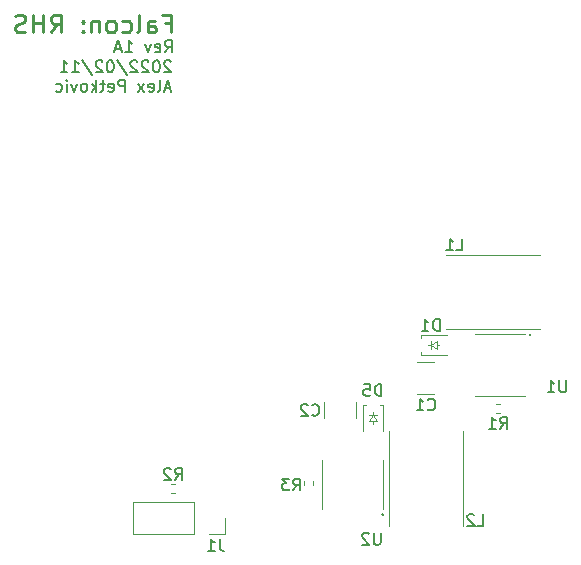
<source format=gbo>
G04 #@! TF.GenerationSoftware,KiCad,Pcbnew,(6.0.0)*
G04 #@! TF.CreationDate,2022-02-12T02:05:42-05:00*
G04 #@! TF.ProjectId,FalconRHS,46616c63-6f6e-4524-9853-2e6b69636164,1A*
G04 #@! TF.SameCoordinates,Original*
G04 #@! TF.FileFunction,Legend,Bot*
G04 #@! TF.FilePolarity,Positive*
%FSLAX46Y46*%
G04 Gerber Fmt 4.6, Leading zero omitted, Abs format (unit mm)*
G04 Created by KiCad (PCBNEW (6.0.0)) date 2022-02-12 02:05:42*
%MOMM*%
%LPD*%
G01*
G04 APERTURE LIST*
%ADD10C,0.150000*%
%ADD11C,0.250000*%
%ADD12C,0.120000*%
G04 APERTURE END LIST*
D10*
X117892976Y-82452380D02*
X118226309Y-81976190D01*
X118464404Y-82452380D02*
X118464404Y-81452380D01*
X118083452Y-81452380D01*
X117988214Y-81500000D01*
X117940595Y-81547619D01*
X117892976Y-81642857D01*
X117892976Y-81785714D01*
X117940595Y-81880952D01*
X117988214Y-81928571D01*
X118083452Y-81976190D01*
X118464404Y-81976190D01*
X117083452Y-82404761D02*
X117178690Y-82452380D01*
X117369166Y-82452380D01*
X117464404Y-82404761D01*
X117512023Y-82309523D01*
X117512023Y-81928571D01*
X117464404Y-81833333D01*
X117369166Y-81785714D01*
X117178690Y-81785714D01*
X117083452Y-81833333D01*
X117035833Y-81928571D01*
X117035833Y-82023809D01*
X117512023Y-82119047D01*
X116702500Y-81785714D02*
X116464404Y-82452380D01*
X116226309Y-81785714D01*
X114559642Y-82452380D02*
X115131071Y-82452380D01*
X114845357Y-82452380D02*
X114845357Y-81452380D01*
X114940595Y-81595238D01*
X115035833Y-81690476D01*
X115131071Y-81738095D01*
X114178690Y-82166666D02*
X113702500Y-82166666D01*
X114273928Y-82452380D02*
X113940595Y-81452380D01*
X113607261Y-82452380D01*
X118412023Y-83247619D02*
X118364404Y-83200000D01*
X118269166Y-83152380D01*
X118031071Y-83152380D01*
X117935833Y-83200000D01*
X117888214Y-83247619D01*
X117840595Y-83342857D01*
X117840595Y-83438095D01*
X117888214Y-83580952D01*
X118459642Y-84152380D01*
X117840595Y-84152380D01*
X117221547Y-83152380D02*
X117126309Y-83152380D01*
X117031071Y-83200000D01*
X116983452Y-83247619D01*
X116935833Y-83342857D01*
X116888214Y-83533333D01*
X116888214Y-83771428D01*
X116935833Y-83961904D01*
X116983452Y-84057142D01*
X117031071Y-84104761D01*
X117126309Y-84152380D01*
X117221547Y-84152380D01*
X117316785Y-84104761D01*
X117364404Y-84057142D01*
X117412023Y-83961904D01*
X117459642Y-83771428D01*
X117459642Y-83533333D01*
X117412023Y-83342857D01*
X117364404Y-83247619D01*
X117316785Y-83200000D01*
X117221547Y-83152380D01*
X116507261Y-83247619D02*
X116459642Y-83200000D01*
X116364404Y-83152380D01*
X116126309Y-83152380D01*
X116031071Y-83200000D01*
X115983452Y-83247619D01*
X115935833Y-83342857D01*
X115935833Y-83438095D01*
X115983452Y-83580952D01*
X116554880Y-84152380D01*
X115935833Y-84152380D01*
X115554880Y-83247619D02*
X115507261Y-83200000D01*
X115412023Y-83152380D01*
X115173928Y-83152380D01*
X115078690Y-83200000D01*
X115031071Y-83247619D01*
X114983452Y-83342857D01*
X114983452Y-83438095D01*
X115031071Y-83580952D01*
X115602500Y-84152380D01*
X114983452Y-84152380D01*
X113840595Y-83104761D02*
X114697738Y-84390476D01*
X113316785Y-83152380D02*
X113221547Y-83152380D01*
X113126309Y-83200000D01*
X113078690Y-83247619D01*
X113031071Y-83342857D01*
X112983452Y-83533333D01*
X112983452Y-83771428D01*
X113031071Y-83961904D01*
X113078690Y-84057142D01*
X113126309Y-84104761D01*
X113221547Y-84152380D01*
X113316785Y-84152380D01*
X113412023Y-84104761D01*
X113459642Y-84057142D01*
X113507261Y-83961904D01*
X113554880Y-83771428D01*
X113554880Y-83533333D01*
X113507261Y-83342857D01*
X113459642Y-83247619D01*
X113412023Y-83200000D01*
X113316785Y-83152380D01*
X112602500Y-83247619D02*
X112554880Y-83200000D01*
X112459642Y-83152380D01*
X112221547Y-83152380D01*
X112126309Y-83200000D01*
X112078690Y-83247619D01*
X112031071Y-83342857D01*
X112031071Y-83438095D01*
X112078690Y-83580952D01*
X112650119Y-84152380D01*
X112031071Y-84152380D01*
X110888214Y-83104761D02*
X111745357Y-84390476D01*
X110031071Y-84152380D02*
X110602500Y-84152380D01*
X110316785Y-84152380D02*
X110316785Y-83152380D01*
X110412023Y-83295238D01*
X110507261Y-83390476D01*
X110602500Y-83438095D01*
X109078690Y-84152380D02*
X109650119Y-84152380D01*
X109364404Y-84152380D02*
X109364404Y-83152380D01*
X109459642Y-83295238D01*
X109554880Y-83390476D01*
X109650119Y-83438095D01*
X118362023Y-85500444D02*
X117885833Y-85500444D01*
X118457261Y-85786158D02*
X118123928Y-84786158D01*
X117790595Y-85786158D01*
X117314404Y-85786158D02*
X117409642Y-85738539D01*
X117457261Y-85643301D01*
X117457261Y-84786158D01*
X116552500Y-85738539D02*
X116647738Y-85786158D01*
X116838214Y-85786158D01*
X116933452Y-85738539D01*
X116981071Y-85643301D01*
X116981071Y-85262349D01*
X116933452Y-85167111D01*
X116838214Y-85119492D01*
X116647738Y-85119492D01*
X116552500Y-85167111D01*
X116504880Y-85262349D01*
X116504880Y-85357587D01*
X116981071Y-85452825D01*
X116171547Y-85786158D02*
X115647738Y-85119492D01*
X116171547Y-85119492D02*
X115647738Y-85786158D01*
X114504880Y-85786158D02*
X114504880Y-84786158D01*
X114123928Y-84786158D01*
X114028690Y-84833778D01*
X113981071Y-84881397D01*
X113933452Y-84976635D01*
X113933452Y-85119492D01*
X113981071Y-85214730D01*
X114028690Y-85262349D01*
X114123928Y-85309968D01*
X114504880Y-85309968D01*
X113123928Y-85738539D02*
X113219166Y-85786158D01*
X113409642Y-85786158D01*
X113504880Y-85738539D01*
X113552500Y-85643301D01*
X113552500Y-85262349D01*
X113504880Y-85167111D01*
X113409642Y-85119492D01*
X113219166Y-85119492D01*
X113123928Y-85167111D01*
X113076309Y-85262349D01*
X113076309Y-85357587D01*
X113552500Y-85452825D01*
X112790595Y-85119492D02*
X112409642Y-85119492D01*
X112647738Y-84786158D02*
X112647738Y-85643301D01*
X112600119Y-85738539D01*
X112504880Y-85786158D01*
X112409642Y-85786158D01*
X112076309Y-85786158D02*
X112076309Y-84786158D01*
X111981071Y-85405206D02*
X111695357Y-85786158D01*
X111695357Y-85119492D02*
X112076309Y-85500444D01*
X111123928Y-85786158D02*
X111219166Y-85738539D01*
X111266785Y-85690920D01*
X111314404Y-85595682D01*
X111314404Y-85309968D01*
X111266785Y-85214730D01*
X111219166Y-85167111D01*
X111123928Y-85119492D01*
X110981071Y-85119492D01*
X110885833Y-85167111D01*
X110838214Y-85214730D01*
X110790595Y-85309968D01*
X110790595Y-85595682D01*
X110838214Y-85690920D01*
X110885833Y-85738539D01*
X110981071Y-85786158D01*
X111123928Y-85786158D01*
X110457261Y-85119492D02*
X110219166Y-85786158D01*
X109981071Y-85119492D01*
X109600119Y-85786158D02*
X109600119Y-85119492D01*
X109600119Y-84786158D02*
X109647738Y-84833778D01*
X109600119Y-84881397D01*
X109552500Y-84833778D01*
X109600119Y-84786158D01*
X109600119Y-84881397D01*
X108695357Y-85738539D02*
X108790595Y-85786158D01*
X108981071Y-85786158D01*
X109076309Y-85738539D01*
X109123928Y-85690920D01*
X109171547Y-85595682D01*
X109171547Y-85309968D01*
X109123928Y-85214730D01*
X109076309Y-85167111D01*
X108981071Y-85119492D01*
X108790595Y-85119492D01*
X108695357Y-85167111D01*
D11*
X117880357Y-79990617D02*
X118380357Y-79990617D01*
X118380357Y-80776331D02*
X118380357Y-79276331D01*
X117666071Y-79276331D01*
X116451785Y-80776331D02*
X116451785Y-79990617D01*
X116523214Y-79847760D01*
X116666071Y-79776331D01*
X116951785Y-79776331D01*
X117094642Y-79847760D01*
X116451785Y-80704902D02*
X116594642Y-80776331D01*
X116951785Y-80776331D01*
X117094642Y-80704902D01*
X117166071Y-80562045D01*
X117166071Y-80419188D01*
X117094642Y-80276331D01*
X116951785Y-80204902D01*
X116594642Y-80204902D01*
X116451785Y-80133474D01*
X115523214Y-80776331D02*
X115666071Y-80704902D01*
X115737500Y-80562045D01*
X115737500Y-79276331D01*
X114308928Y-80704902D02*
X114451785Y-80776331D01*
X114737500Y-80776331D01*
X114880357Y-80704902D01*
X114951785Y-80633474D01*
X115023214Y-80490617D01*
X115023214Y-80062045D01*
X114951785Y-79919188D01*
X114880357Y-79847760D01*
X114737500Y-79776331D01*
X114451785Y-79776331D01*
X114308928Y-79847760D01*
X113451785Y-80776331D02*
X113594642Y-80704902D01*
X113666071Y-80633474D01*
X113737500Y-80490617D01*
X113737500Y-80062045D01*
X113666071Y-79919188D01*
X113594642Y-79847760D01*
X113451785Y-79776331D01*
X113237500Y-79776331D01*
X113094642Y-79847760D01*
X113023214Y-79919188D01*
X112951785Y-80062045D01*
X112951785Y-80490617D01*
X113023214Y-80633474D01*
X113094642Y-80704902D01*
X113237500Y-80776331D01*
X113451785Y-80776331D01*
X112308928Y-79776331D02*
X112308928Y-80776331D01*
X112308928Y-79919188D02*
X112237500Y-79847760D01*
X112094642Y-79776331D01*
X111880357Y-79776331D01*
X111737500Y-79847760D01*
X111666071Y-79990617D01*
X111666071Y-80776331D01*
X110951785Y-80633474D02*
X110880357Y-80704902D01*
X110951785Y-80776331D01*
X111023214Y-80704902D01*
X110951785Y-80633474D01*
X110951785Y-80776331D01*
X110951785Y-79847760D02*
X110880357Y-79919188D01*
X110951785Y-79990617D01*
X111023214Y-79919188D01*
X110951785Y-79847760D01*
X110951785Y-79990617D01*
X108237500Y-80776331D02*
X108737500Y-80062045D01*
X109094642Y-80776331D02*
X109094642Y-79276331D01*
X108523214Y-79276331D01*
X108380357Y-79347760D01*
X108308928Y-79419188D01*
X108237500Y-79562045D01*
X108237500Y-79776331D01*
X108308928Y-79919188D01*
X108380357Y-79990617D01*
X108523214Y-80062045D01*
X109094642Y-80062045D01*
X107594642Y-80776331D02*
X107594642Y-79276331D01*
X107594642Y-79990617D02*
X106737500Y-79990617D01*
X106737500Y-80776331D02*
X106737500Y-79276331D01*
X106094642Y-80704902D02*
X105880357Y-80776331D01*
X105523214Y-80776331D01*
X105380357Y-80704902D01*
X105308928Y-80633474D01*
X105237500Y-80490617D01*
X105237500Y-80347760D01*
X105308928Y-80204902D01*
X105380357Y-80133474D01*
X105523214Y-80062045D01*
X105808928Y-79990617D01*
X105951785Y-79919188D01*
X106023214Y-79847760D01*
X106094642Y-79704902D01*
X106094642Y-79562045D01*
X106023214Y-79419188D01*
X105951785Y-79347760D01*
X105808928Y-79276331D01*
X105451785Y-79276331D01*
X105237500Y-79347760D01*
D10*
X136161904Y-123152380D02*
X136161904Y-123961904D01*
X136114285Y-124057142D01*
X136066666Y-124104761D01*
X135971428Y-124152380D01*
X135780952Y-124152380D01*
X135685714Y-124104761D01*
X135638095Y-124057142D01*
X135590476Y-123961904D01*
X135590476Y-123152380D01*
X135161904Y-123247619D02*
X135114285Y-123200000D01*
X135019047Y-123152380D01*
X134780952Y-123152380D01*
X134685714Y-123200000D01*
X134638095Y-123247619D01*
X134590476Y-123342857D01*
X134590476Y-123438095D01*
X134638095Y-123580952D01*
X135209523Y-124152380D01*
X134590476Y-124152380D01*
X122533333Y-123652380D02*
X122533333Y-124366666D01*
X122580952Y-124509523D01*
X122676190Y-124604761D01*
X122819047Y-124652380D01*
X122914285Y-124652380D01*
X121533333Y-124652380D02*
X122104761Y-124652380D01*
X121819047Y-124652380D02*
X121819047Y-123652380D01*
X121914285Y-123795238D01*
X122009523Y-123890476D01*
X122104761Y-123938095D01*
X118766666Y-118652380D02*
X119100000Y-118176190D01*
X119338095Y-118652380D02*
X119338095Y-117652380D01*
X118957142Y-117652380D01*
X118861904Y-117700000D01*
X118814285Y-117747619D01*
X118766666Y-117842857D01*
X118766666Y-117985714D01*
X118814285Y-118080952D01*
X118861904Y-118128571D01*
X118957142Y-118176190D01*
X119338095Y-118176190D01*
X118385714Y-117747619D02*
X118338095Y-117700000D01*
X118242857Y-117652380D01*
X118004761Y-117652380D01*
X117909523Y-117700000D01*
X117861904Y-117747619D01*
X117814285Y-117842857D01*
X117814285Y-117938095D01*
X117861904Y-118080952D01*
X118433333Y-118652380D01*
X117814285Y-118652380D01*
X142583266Y-99232880D02*
X143059457Y-99232880D01*
X143059457Y-98232880D01*
X141726123Y-99232880D02*
X142297552Y-99232880D01*
X142011838Y-99232880D02*
X142011838Y-98232880D01*
X142107076Y-98375738D01*
X142202314Y-98470976D01*
X142297552Y-98518595D01*
X144366666Y-122552380D02*
X144842857Y-122552380D01*
X144842857Y-121552380D01*
X144080952Y-121647619D02*
X144033333Y-121600000D01*
X143938095Y-121552380D01*
X143700000Y-121552380D01*
X143604761Y-121600000D01*
X143557142Y-121647619D01*
X143509523Y-121742857D01*
X143509523Y-121838095D01*
X143557142Y-121980952D01*
X144128571Y-122552380D01*
X143509523Y-122552380D01*
X128766666Y-119552380D02*
X129100000Y-119076190D01*
X129338095Y-119552380D02*
X129338095Y-118552380D01*
X128957142Y-118552380D01*
X128861904Y-118600000D01*
X128814285Y-118647619D01*
X128766666Y-118742857D01*
X128766666Y-118885714D01*
X128814285Y-118980952D01*
X128861904Y-119028571D01*
X128957142Y-119076190D01*
X129338095Y-119076190D01*
X128433333Y-118552380D02*
X127814285Y-118552380D01*
X128147619Y-118933333D01*
X128004761Y-118933333D01*
X127909523Y-118980952D01*
X127861904Y-119028571D01*
X127814285Y-119123809D01*
X127814285Y-119361904D01*
X127861904Y-119457142D01*
X127909523Y-119504761D01*
X128004761Y-119552380D01*
X128290476Y-119552380D01*
X128385714Y-119504761D01*
X128433333Y-119457142D01*
X140166666Y-112687642D02*
X140214285Y-112735261D01*
X140357142Y-112782880D01*
X140452380Y-112782880D01*
X140595238Y-112735261D01*
X140690476Y-112640023D01*
X140738095Y-112544785D01*
X140785714Y-112354309D01*
X140785714Y-112211452D01*
X140738095Y-112020976D01*
X140690476Y-111925738D01*
X140595238Y-111830500D01*
X140452380Y-111782880D01*
X140357142Y-111782880D01*
X140214285Y-111830500D01*
X140166666Y-111878119D01*
X139214285Y-112782880D02*
X139785714Y-112782880D01*
X139500000Y-112782880D02*
X139500000Y-111782880D01*
X139595238Y-111925738D01*
X139690476Y-112020976D01*
X139785714Y-112068595D01*
X136238095Y-111552380D02*
X136238095Y-110552380D01*
X136000000Y-110552380D01*
X135857142Y-110600000D01*
X135761904Y-110695238D01*
X135714285Y-110790476D01*
X135666666Y-110980952D01*
X135666666Y-111123809D01*
X135714285Y-111314285D01*
X135761904Y-111409523D01*
X135857142Y-111504761D01*
X136000000Y-111552380D01*
X136238095Y-111552380D01*
X134761904Y-110552380D02*
X135238095Y-110552380D01*
X135285714Y-111028571D01*
X135238095Y-110980952D01*
X135142857Y-110933333D01*
X134904761Y-110933333D01*
X134809523Y-110980952D01*
X134761904Y-111028571D01*
X134714285Y-111123809D01*
X134714285Y-111361904D01*
X134761904Y-111457142D01*
X134809523Y-111504761D01*
X134904761Y-111552380D01*
X135142857Y-111552380D01*
X135238095Y-111504761D01*
X135285714Y-111457142D01*
X130366666Y-113157142D02*
X130414285Y-113204761D01*
X130557142Y-113252380D01*
X130652380Y-113252380D01*
X130795238Y-113204761D01*
X130890476Y-113109523D01*
X130938095Y-113014285D01*
X130985714Y-112823809D01*
X130985714Y-112680952D01*
X130938095Y-112490476D01*
X130890476Y-112395238D01*
X130795238Y-112300000D01*
X130652380Y-112252380D01*
X130557142Y-112252380D01*
X130414285Y-112300000D01*
X130366666Y-112347619D01*
X129985714Y-112347619D02*
X129938095Y-112300000D01*
X129842857Y-112252380D01*
X129604761Y-112252380D01*
X129509523Y-112300000D01*
X129461904Y-112347619D01*
X129414285Y-112442857D01*
X129414285Y-112538095D01*
X129461904Y-112680952D01*
X130033333Y-113252380D01*
X129414285Y-113252380D01*
X146283266Y-114332880D02*
X146616600Y-113856690D01*
X146854695Y-114332880D02*
X146854695Y-113332880D01*
X146473742Y-113332880D01*
X146378504Y-113380500D01*
X146330885Y-113428119D01*
X146283266Y-113523357D01*
X146283266Y-113666214D01*
X146330885Y-113761452D01*
X146378504Y-113809071D01*
X146473742Y-113856690D01*
X146854695Y-113856690D01*
X145330885Y-114332880D02*
X145902314Y-114332880D01*
X145616600Y-114332880D02*
X145616600Y-113332880D01*
X145711838Y-113475738D01*
X145807076Y-113570976D01*
X145902314Y-113618595D01*
X141154695Y-106032880D02*
X141154695Y-105032880D01*
X140916600Y-105032880D01*
X140773742Y-105080500D01*
X140678504Y-105175738D01*
X140630885Y-105270976D01*
X140583266Y-105461452D01*
X140583266Y-105604309D01*
X140630885Y-105794785D01*
X140678504Y-105890023D01*
X140773742Y-105985261D01*
X140916600Y-106032880D01*
X141154695Y-106032880D01*
X139630885Y-106032880D02*
X140202314Y-106032880D01*
X139916600Y-106032880D02*
X139916600Y-105032880D01*
X140011838Y-105175738D01*
X140107076Y-105270976D01*
X140202314Y-105318595D01*
X151878504Y-110232880D02*
X151878504Y-111042404D01*
X151830885Y-111137642D01*
X151783266Y-111185261D01*
X151688028Y-111232880D01*
X151497552Y-111232880D01*
X151402314Y-111185261D01*
X151354695Y-111137642D01*
X151307076Y-111042404D01*
X151307076Y-110232880D01*
X150307076Y-111232880D02*
X150878504Y-111232880D01*
X150592790Y-111232880D02*
X150592790Y-110232880D01*
X150688028Y-110375738D01*
X150783266Y-110470976D01*
X150878504Y-110518595D01*
D12*
X131196500Y-121132800D02*
X131196500Y-116967200D01*
X136403500Y-116967200D02*
X136403500Y-121132800D01*
X136350000Y-121600000D02*
G75*
G03*
X136350000Y-121600000I0J0D01*
G01*
X136460720Y-121600000D02*
G75*
G03*
X136460720Y-121600000I-110720J0D01*
G01*
X115230000Y-123230000D02*
X115230000Y-120570000D01*
X120370000Y-120570000D02*
X115230000Y-120570000D01*
X121640000Y-123230000D02*
X122970000Y-123230000D01*
X122970000Y-123230000D02*
X122970000Y-121900000D01*
X120370000Y-123230000D02*
X120370000Y-120570000D01*
X120370000Y-123230000D02*
X115230000Y-123230000D01*
X118446359Y-119780000D02*
X118753641Y-119780000D01*
X118446359Y-119020000D02*
X118753641Y-119020000D01*
X141666600Y-105850000D02*
X149666600Y-105850000D01*
X141666600Y-99650000D02*
X149666600Y-99650000D01*
X136900000Y-114550000D02*
X136900000Y-122550000D01*
X143100000Y-114550000D02*
X143100000Y-122550000D01*
X129720000Y-119103641D02*
X129720000Y-118796359D01*
X130480000Y-119103641D02*
X130480000Y-118796359D01*
X139288748Y-111390500D02*
X140711252Y-111390500D01*
X139288748Y-108670500D02*
X140711252Y-108670500D01*
X135150000Y-113150000D02*
X135850000Y-113150000D01*
X136350000Y-112350000D02*
X136100000Y-112350000D01*
X135850000Y-113650000D02*
X135500000Y-113150000D01*
X134650000Y-112350000D02*
X134650000Y-114500000D01*
X136350000Y-112350000D02*
X136350000Y-114500000D01*
X135150000Y-113650000D02*
X135850000Y-113650000D01*
X135500000Y-113150000D02*
X135150000Y-113650000D01*
X134650000Y-112350000D02*
X134900000Y-112350000D01*
X135500000Y-113150000D02*
X135500000Y-112950000D01*
X135500000Y-113650000D02*
X135500000Y-113900000D01*
X134060000Y-112038748D02*
X134060000Y-113461252D01*
X131340000Y-112038748D02*
X131340000Y-113461252D01*
X146263641Y-113010500D02*
X145956359Y-113010500D01*
X146263641Y-112250500D02*
X145956359Y-112250500D01*
X139600000Y-108100000D02*
X139600000Y-107850000D01*
X140900000Y-106900000D02*
X140400000Y-107250000D01*
X140400000Y-107250000D02*
X140200000Y-107250000D01*
X140400000Y-107250000D02*
X140900000Y-107600000D01*
X139600000Y-108100000D02*
X141750000Y-108100000D01*
X139600000Y-106400000D02*
X141750000Y-106400000D01*
X140900000Y-107600000D02*
X140900000Y-106900000D01*
X140400000Y-107600000D02*
X140400000Y-106900000D01*
X139600000Y-106400000D02*
X139600000Y-106650000D01*
X140900000Y-107250000D02*
X141150000Y-107250000D01*
X148349400Y-111534000D02*
X144183800Y-111534000D01*
X144183800Y-106327000D02*
X148349400Y-106327000D01*
X148816600Y-106380500D02*
G75*
G03*
X148816600Y-106380500I0J0D01*
G01*
X148927320Y-106380500D02*
G75*
G03*
X148927320Y-106380500I-110720J0D01*
G01*
M02*

</source>
